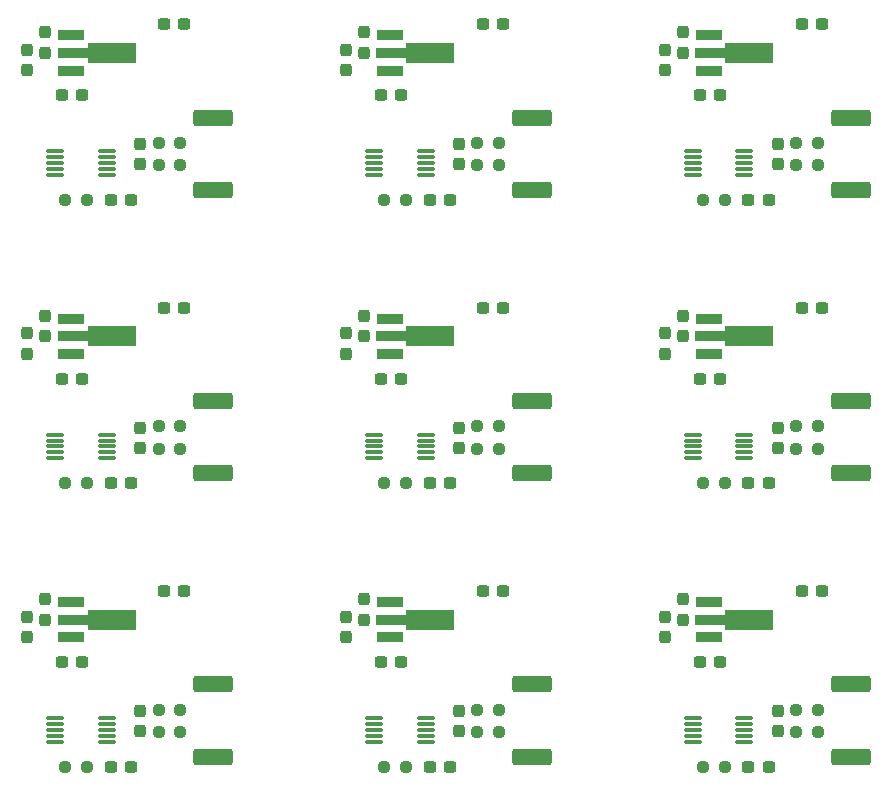
<source format=gtp>
G04 #@! TF.GenerationSoftware,KiCad,Pcbnew,6.0.11-2627ca5db0~126~ubuntu22.04.1*
G04 #@! TF.CreationDate,2023-02-05T22:47:26+11:00*
G04 #@! TF.ProjectId,panel,70616e65-6c2e-46b6-9963-61645f706362,rev?*
G04 #@! TF.SameCoordinates,Original*
G04 #@! TF.FileFunction,Paste,Top*
G04 #@! TF.FilePolarity,Positive*
%FSLAX46Y46*%
G04 Gerber Fmt 4.6, Leading zero omitted, Abs format (unit mm)*
G04 Created by KiCad (PCBNEW 6.0.11-2627ca5db0~126~ubuntu22.04.1) date 2023-02-05 22:47:26*
%MOMM*%
%LPD*%
G01*
G04 APERTURE LIST*
G04 Aperture macros list*
%AMRoundRect*
0 Rectangle with rounded corners*
0 $1 Rounding radius*
0 $2 $3 $4 $5 $6 $7 $8 $9 X,Y pos of 4 corners*
0 Add a 4 corners polygon primitive as box body*
4,1,4,$2,$3,$4,$5,$6,$7,$8,$9,$2,$3,0*
0 Add four circle primitives for the rounded corners*
1,1,$1+$1,$2,$3*
1,1,$1+$1,$4,$5*
1,1,$1+$1,$6,$7*
1,1,$1+$1,$8,$9*
0 Add four rect primitives between the rounded corners*
20,1,$1+$1,$2,$3,$4,$5,0*
20,1,$1+$1,$4,$5,$6,$7,0*
20,1,$1+$1,$6,$7,$8,$9,0*
20,1,$1+$1,$8,$9,$2,$3,0*%
%AMFreePoly0*
4,1,9,5.362500,-0.866500,1.237500,-0.866500,1.237500,-0.450000,-1.237500,-0.450000,-1.237500,0.450000,1.237500,0.450000,1.237500,0.866500,5.362500,0.866500,5.362500,-0.866500,5.362500,-0.866500,$1*%
G04 Aperture macros list end*
%ADD10RoundRect,0.237500X-0.250000X-0.237500X0.250000X-0.237500X0.250000X0.237500X-0.250000X0.237500X0*%
%ADD11RoundRect,0.237500X-0.300000X-0.237500X0.300000X-0.237500X0.300000X0.237500X-0.300000X0.237500X0*%
%ADD12RoundRect,0.237500X0.237500X-0.300000X0.237500X0.300000X-0.237500X0.300000X-0.237500X-0.300000X0*%
%ADD13RoundRect,0.237500X0.250000X0.237500X-0.250000X0.237500X-0.250000X-0.237500X0.250000X-0.237500X0*%
%ADD14RoundRect,0.237500X-0.237500X0.300000X-0.237500X-0.300000X0.237500X-0.300000X0.237500X0.300000X0*%
%ADD15R,2.300000X0.900000*%
%ADD16FreePoly0,0.000000*%
%ADD17RoundRect,0.075000X-0.650000X-0.075000X0.650000X-0.075000X0.650000X0.075000X-0.650000X0.075000X0*%
%ADD18RoundRect,0.237500X0.300000X0.237500X-0.300000X0.237500X-0.300000X-0.237500X0.300000X-0.237500X0*%
%ADD19RoundRect,0.249999X1.425001X-0.450001X1.425001X0.450001X-1.425001X0.450001X-1.425001X-0.450001X0*%
G04 APERTURE END LIST*
D10*
X150987500Y-42700000D03*
X152812500Y-42700000D03*
D11*
X169797500Y-36780000D03*
X171522500Y-36780000D03*
D12*
X112840000Y-58642500D03*
X112840000Y-56917500D03*
X168380000Y-81155000D03*
X168380000Y-79430000D03*
D13*
X117912500Y-93600000D03*
X116087500Y-93600000D03*
X171912500Y-45600000D03*
X170087500Y-45600000D03*
D14*
X149400000Y-40900000D03*
X149400000Y-42625000D03*
D13*
X117912500Y-45600000D03*
X116087500Y-45600000D03*
D15*
X143620000Y-31670000D03*
D16*
X143707500Y-33170000D03*
D15*
X143620000Y-34670000D03*
D14*
X149400000Y-64900000D03*
X149400000Y-66625000D03*
D12*
X166840000Y-82642500D03*
X166840000Y-80917500D03*
D17*
X115200000Y-41500000D03*
X115200000Y-42000000D03*
X115200000Y-42500000D03*
X115200000Y-43000000D03*
X115200000Y-43500000D03*
X119600000Y-43500000D03*
X119600000Y-43000000D03*
X119600000Y-42500000D03*
X119600000Y-42000000D03*
X119600000Y-41500000D03*
D13*
X144912500Y-69600000D03*
X143087500Y-69600000D03*
D18*
X148662500Y-69600000D03*
X146937500Y-69600000D03*
D12*
X114380000Y-81155000D03*
X114380000Y-79430000D03*
D11*
X151437500Y-54760000D03*
X153162500Y-54760000D03*
D15*
X170620000Y-31670000D03*
D16*
X170707500Y-33170000D03*
D15*
X170620000Y-34670000D03*
D18*
X148662500Y-93600000D03*
X146937500Y-93600000D03*
D14*
X176400000Y-64900000D03*
X176400000Y-66625000D03*
D12*
X166840000Y-34642500D03*
X166840000Y-32917500D03*
D11*
X124437500Y-78760000D03*
X126162500Y-78760000D03*
D10*
X150987500Y-64800000D03*
X152812500Y-64800000D03*
D12*
X166840000Y-58642500D03*
X166840000Y-56917500D03*
D10*
X177987500Y-90700000D03*
X179812500Y-90700000D03*
D19*
X182600000Y-92750000D03*
X182600000Y-86650000D03*
D13*
X171912500Y-93600000D03*
X170087500Y-93600000D03*
D19*
X182600000Y-68750000D03*
X182600000Y-62650000D03*
D15*
X170620000Y-79670000D03*
D16*
X170707500Y-81170000D03*
D15*
X170620000Y-82670000D03*
D10*
X123987500Y-64800000D03*
X125812500Y-64800000D03*
D19*
X128600000Y-92750000D03*
X128600000Y-86650000D03*
D10*
X150987500Y-90700000D03*
X152812500Y-90700000D03*
D18*
X121662500Y-45600000D03*
X119937500Y-45600000D03*
D17*
X142200000Y-65500000D03*
X142200000Y-66000000D03*
X142200000Y-66500000D03*
X142200000Y-67000000D03*
X142200000Y-67500000D03*
X146600000Y-67500000D03*
X146600000Y-67000000D03*
X146600000Y-66500000D03*
X146600000Y-66000000D03*
X146600000Y-65500000D03*
D18*
X175662500Y-45600000D03*
X173937500Y-45600000D03*
D13*
X171912500Y-69600000D03*
X170087500Y-69600000D03*
D11*
X169797500Y-60780000D03*
X171522500Y-60780000D03*
X178437500Y-78760000D03*
X180162500Y-78760000D03*
D17*
X169200000Y-41500000D03*
X169200000Y-42000000D03*
X169200000Y-42500000D03*
X169200000Y-43000000D03*
X169200000Y-43500000D03*
X173600000Y-43500000D03*
X173600000Y-43000000D03*
X173600000Y-42500000D03*
X173600000Y-42000000D03*
X173600000Y-41500000D03*
D10*
X150987500Y-66700000D03*
X152812500Y-66700000D03*
D12*
X168380000Y-57155000D03*
X168380000Y-55430000D03*
D18*
X121662500Y-93600000D03*
X119937500Y-93600000D03*
D15*
X116620000Y-55670000D03*
D16*
X116707500Y-57170000D03*
D15*
X116620000Y-58670000D03*
X116620000Y-31670000D03*
D16*
X116707500Y-33170000D03*
D15*
X116620000Y-34670000D03*
D14*
X122400000Y-40900000D03*
X122400000Y-42625000D03*
D10*
X150987500Y-88800000D03*
X152812500Y-88800000D03*
D12*
X141380000Y-57155000D03*
X141380000Y-55430000D03*
D18*
X175662500Y-69600000D03*
X173937500Y-69600000D03*
X175662500Y-93600000D03*
X173937500Y-93600000D03*
D12*
X114380000Y-57155000D03*
X114380000Y-55430000D03*
D10*
X123987500Y-66700000D03*
X125812500Y-66700000D03*
D15*
X116620000Y-79670000D03*
D16*
X116707500Y-81170000D03*
D15*
X116620000Y-82670000D03*
D10*
X177987500Y-40800000D03*
X179812500Y-40800000D03*
D15*
X143620000Y-79670000D03*
D16*
X143707500Y-81170000D03*
D15*
X143620000Y-82670000D03*
D13*
X144912500Y-93600000D03*
X143087500Y-93600000D03*
D19*
X128600000Y-44750000D03*
X128600000Y-38650000D03*
D17*
X115200000Y-65500000D03*
X115200000Y-66000000D03*
X115200000Y-66500000D03*
X115200000Y-67000000D03*
X115200000Y-67500000D03*
X119600000Y-67500000D03*
X119600000Y-67000000D03*
X119600000Y-66500000D03*
X119600000Y-66000000D03*
X119600000Y-65500000D03*
D11*
X151437500Y-78760000D03*
X153162500Y-78760000D03*
D18*
X148662500Y-45600000D03*
X146937500Y-45600000D03*
D11*
X115797500Y-36780000D03*
X117522500Y-36780000D03*
D13*
X117912500Y-69600000D03*
X116087500Y-69600000D03*
D10*
X123987500Y-88800000D03*
X125812500Y-88800000D03*
D15*
X170620000Y-55670000D03*
D16*
X170707500Y-57170000D03*
D15*
X170620000Y-58670000D03*
D14*
X122400000Y-64900000D03*
X122400000Y-66625000D03*
D12*
X168380000Y-33155000D03*
X168380000Y-31430000D03*
X141380000Y-33155000D03*
X141380000Y-31430000D03*
D19*
X155600000Y-92750000D03*
X155600000Y-86650000D03*
D12*
X141380000Y-81155000D03*
X141380000Y-79430000D03*
D10*
X177987500Y-64800000D03*
X179812500Y-64800000D03*
D11*
X178437500Y-30760000D03*
X180162500Y-30760000D03*
X142797500Y-60780000D03*
X144522500Y-60780000D03*
D19*
X155600000Y-68750000D03*
X155600000Y-62650000D03*
D10*
X150987500Y-40800000D03*
X152812500Y-40800000D03*
D11*
X124437500Y-30760000D03*
X126162500Y-30760000D03*
D10*
X177987500Y-88800000D03*
X179812500Y-88800000D03*
D11*
X115797500Y-60780000D03*
X117522500Y-60780000D03*
X142797500Y-84780000D03*
X144522500Y-84780000D03*
D19*
X128600000Y-68750000D03*
X128600000Y-62650000D03*
D10*
X177987500Y-66700000D03*
X179812500Y-66700000D03*
D12*
X139840000Y-82642500D03*
X139840000Y-80917500D03*
X112840000Y-82642500D03*
X112840000Y-80917500D03*
X114380000Y-33155000D03*
X114380000Y-31430000D03*
D10*
X123987500Y-42700000D03*
X125812500Y-42700000D03*
D14*
X122400000Y-88900000D03*
X122400000Y-90625000D03*
D12*
X112840000Y-34642500D03*
X112840000Y-32917500D03*
D13*
X144912500Y-45600000D03*
X143087500Y-45600000D03*
D11*
X124437500Y-54760000D03*
X126162500Y-54760000D03*
D12*
X139840000Y-58642500D03*
X139840000Y-56917500D03*
D10*
X177987500Y-42700000D03*
X179812500Y-42700000D03*
D14*
X176400000Y-40900000D03*
X176400000Y-42625000D03*
D17*
X142200000Y-41500000D03*
X142200000Y-42000000D03*
X142200000Y-42500000D03*
X142200000Y-43000000D03*
X142200000Y-43500000D03*
X146600000Y-43500000D03*
X146600000Y-43000000D03*
X146600000Y-42500000D03*
X146600000Y-42000000D03*
X146600000Y-41500000D03*
D10*
X123987500Y-90700000D03*
X125812500Y-90700000D03*
D15*
X143620000Y-55670000D03*
D16*
X143707500Y-57170000D03*
D15*
X143620000Y-58670000D03*
D14*
X149400000Y-88900000D03*
X149400000Y-90625000D03*
D11*
X178437500Y-54760000D03*
X180162500Y-54760000D03*
D19*
X182600000Y-44750000D03*
X182600000Y-38650000D03*
D11*
X115797500Y-84780000D03*
X117522500Y-84780000D03*
D10*
X123987500Y-40800000D03*
X125812500Y-40800000D03*
D17*
X142200000Y-89500000D03*
X142200000Y-90000000D03*
X142200000Y-90500000D03*
X142200000Y-91000000D03*
X142200000Y-91500000D03*
X146600000Y-91500000D03*
X146600000Y-91000000D03*
X146600000Y-90500000D03*
X146600000Y-90000000D03*
X146600000Y-89500000D03*
D14*
X176400000Y-88900000D03*
X176400000Y-90625000D03*
D18*
X121662500Y-69600000D03*
X119937500Y-69600000D03*
D17*
X169200000Y-65500000D03*
X169200000Y-66000000D03*
X169200000Y-66500000D03*
X169200000Y-67000000D03*
X169200000Y-67500000D03*
X173600000Y-67500000D03*
X173600000Y-67000000D03*
X173600000Y-66500000D03*
X173600000Y-66000000D03*
X173600000Y-65500000D03*
D19*
X155600000Y-44750000D03*
X155600000Y-38650000D03*
D17*
X169200000Y-89500000D03*
X169200000Y-90000000D03*
X169200000Y-90500000D03*
X169200000Y-91000000D03*
X169200000Y-91500000D03*
X173600000Y-91500000D03*
X173600000Y-91000000D03*
X173600000Y-90500000D03*
X173600000Y-90000000D03*
X173600000Y-89500000D03*
X115200000Y-89500000D03*
X115200000Y-90000000D03*
X115200000Y-90500000D03*
X115200000Y-91000000D03*
X115200000Y-91500000D03*
X119600000Y-91500000D03*
X119600000Y-91000000D03*
X119600000Y-90500000D03*
X119600000Y-90000000D03*
X119600000Y-89500000D03*
D12*
X139840000Y-34642500D03*
X139840000Y-32917500D03*
D11*
X151437500Y-30760000D03*
X153162500Y-30760000D03*
X142797500Y-36780000D03*
X144522500Y-36780000D03*
X169797500Y-84780000D03*
X171522500Y-84780000D03*
M02*

</source>
